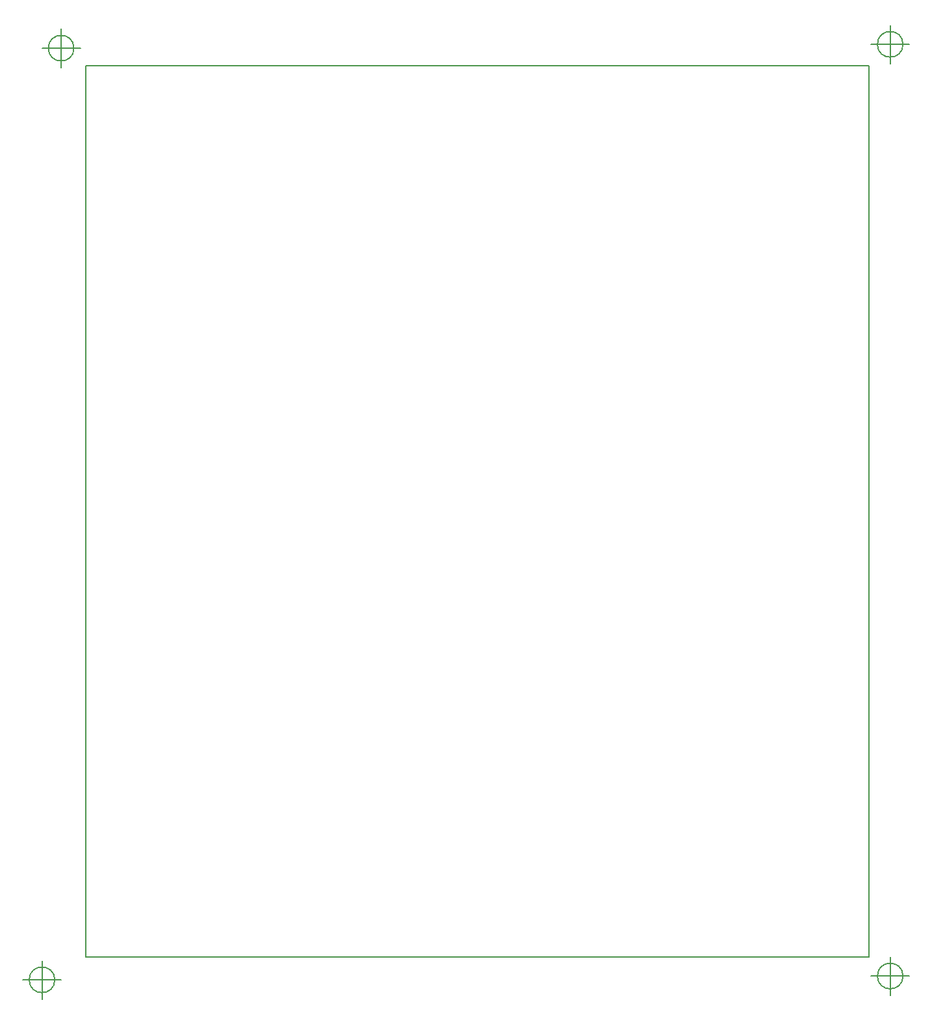
<source format=gbr>
%TF.GenerationSoftware,KiCad,Pcbnew,(5.1.0)-1*%
%TF.CreationDate,2019-04-24T14:24:49-04:00*%
%TF.ProjectId,SGschematic,53477363-6865-46d6-9174-69632e6b6963,rev?*%
%TF.SameCoordinates,Original*%
%TF.FileFunction,Other,User*%
%FSLAX46Y46*%
G04 Gerber Fmt 4.6, Leading zero omitted, Abs format (unit mm)*
G04 Created by KiCad (PCBNEW (5.1.0)-1) date 2019-04-24 14:24:49*
%MOMM*%
%LPD*%
G04 APERTURE LIST*
%ADD10C,0.150000*%
G04 APERTURE END LIST*
D10*
X44076666Y-165160000D02*
G75*
G03X44076666Y-165160000I-1666666J0D01*
G01*
X39910000Y-165160000D02*
X44910000Y-165160000D01*
X42410000Y-162660000D02*
X42410000Y-167660000D01*
X46576666Y-43910000D02*
G75*
G03X46576666Y-43910000I-1666666J0D01*
G01*
X42410000Y-43910000D02*
X47410000Y-43910000D01*
X44910000Y-41410000D02*
X44910000Y-46410000D01*
X154576666Y-43410000D02*
G75*
G03X154576666Y-43410000I-1666666J0D01*
G01*
X150410000Y-43410000D02*
X155410000Y-43410000D01*
X152910000Y-40910000D02*
X152910000Y-45910000D01*
X154576666Y-164660000D02*
G75*
G03X154576666Y-164660000I-1666666J0D01*
G01*
X150410000Y-164660000D02*
X155410000Y-164660000D01*
X152910000Y-162160000D02*
X152910000Y-167160000D01*
X48160000Y-162160000D02*
X48160000Y-46160000D01*
X150160000Y-162160000D02*
X48160000Y-162160000D01*
X150160000Y-46160000D02*
X150160000Y-162160000D01*
X48160000Y-46160000D02*
X150160000Y-46160000D01*
M02*

</source>
